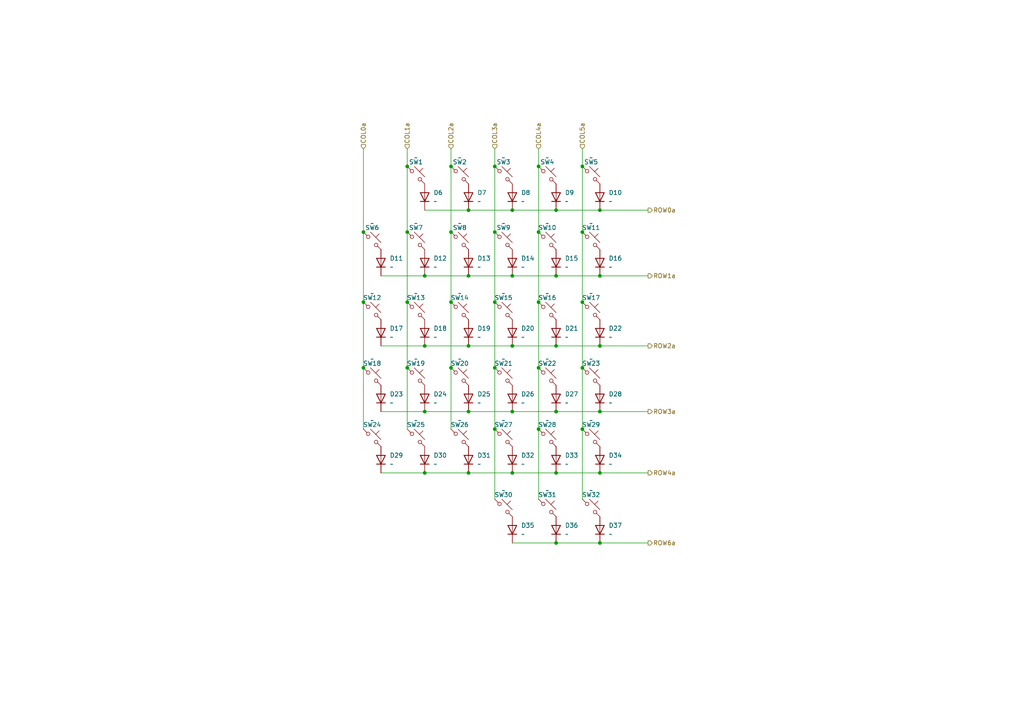
<source format=kicad_sch>
(kicad_sch (version 20250114) (generator "eeschema") (generator_version "9.0")
  (paper "A4")
  (title_block (title "Matrix for Master Side"))
  (lib_symbols
    (symbol "Device:D" (pin_numbers (hide yes)) (pin_names (offset 1.016) (hide yes))
      (property "Reference" "D" (at 0 2.54 0))
      (property "Value" "D" (at 0 -2.54 0))
      (symbol "D_0_1"
        (polyline (pts (xy -1.27 1.27) (xy -1.27 -1.27)) (stroke (width 0.254)))
        (polyline (pts (xy 1.27 1.27) (xy 1.27 -1.27) (xy -1.27 0) (xy 1.27 1.27)) (stroke (width 0.254)))
        (polyline (pts (xy 1.27 0) (xy -1.27 0)))
      )
      (symbol "D_1_1"
        (pin passive line (at -3.81 0 0) (length 2.54) (name "K") (number "1"))
        (pin passive line (at 3.81 0 180) (length 2.54) (name "A") (number "2"))
      )
    )
    (symbol "Switch:SW_Push_45deg" (pin_numbers (hide yes)) (pin_names (offset 1.016) (hide yes))
      (property "Reference" "SW" (at 3.048 1.016 0))
      (property "Value" "SW_Push_45deg" (at 0 -3.81 0))
      (symbol "SW_Push_45deg_0_1"
        (polyline (pts (xy -2.54 2.54) (xy -1.524 1.524) (xy -1.524 1.524)))
        (circle (center -1.1684 1.1684) (radius 0.508))
        (polyline (pts (xy -0.508 2.54) (xy 2.54 -0.508)))
        (polyline (pts (xy 1.016 1.016) (xy 2.032 2.032)))
        (circle (center 1.143 -1.1938) (radius 0.508))
        (polyline (pts (xy 1.524 -1.524) (xy 2.54 -2.54) (xy 2.54 -2.54) (xy 2.54 -2.54)))
        (pin passive line (at -2.54 2.54 0) (length 0) (name "1") (number "1"))
        (pin passive line (at 2.54 -2.54 180) (length 0) (name "2") (number "2"))
      )
    )
  )
  (junction (at 161.29 119.38))
  (junction (at 135.89 60.96))
  (junction (at 173.99 60.96))
  (junction (at 168.91 124.46))
  (junction (at 123.19 80.01))
  (junction (at 105.41 87.63))
  (junction (at 135.89 80.01))
  (junction (at 135.89 137.16))
  (junction (at 161.29 80.01))
  (junction (at 168.91 106.68))
  (junction (at 148.59 119.38))
  (junction (at 118.11 67.31))
  (junction (at 135.89 100.33))
  (junction (at 148.59 80.01))
  (junction (at 161.29 100.33))
  (junction (at 143.51 67.31))
  (junction (at 156.21 67.31))
  (junction (at 123.19 100.33))
  (junction (at 130.81 87.63))
  (junction (at 156.21 87.63))
  (junction (at 173.99 157.48))
  (junction (at 156.21 48.26))
  (junction (at 168.91 48.26))
  (junction (at 173.99 80.01))
  (junction (at 105.41 106.68))
  (junction (at 156.21 106.68))
  (junction (at 130.81 48.26))
  (junction (at 173.99 137.16))
  (junction (at 118.11 106.68))
  (junction (at 143.51 106.68))
  (junction (at 143.51 48.26))
  (junction (at 123.19 137.16))
  (junction (at 161.29 157.48))
  (junction (at 168.91 87.63))
  (junction (at 173.99 100.33))
  (junction (at 143.51 124.46))
  (junction (at 156.21 124.46))
  (junction (at 105.41 67.31))
  (junction (at 148.59 137.16))
  (junction (at 173.99 119.38))
  (junction (at 161.29 60.96))
  (junction (at 168.91 67.31))
  (junction (at 161.29 137.16))
  (junction (at 135.89 119.38))
  (junction (at 123.19 119.38))
  (junction (at 118.11 48.26))
  (junction (at 143.51 87.63))
  (junction (at 118.11 87.63))
  (junction (at 148.59 100.33))
  (junction (at 130.81 106.68))
  (junction (at 148.59 60.96))
  (junction (at 130.81 67.31))
  (wire (pts (xy 135.89 137.16) (xy 148.59 137.16)))
  (wire (pts (xy 130.81 106.68) (xy 130.81 124.46)))
  (wire (pts (xy 173.99 119.38) (xy 187.96 119.38)))
  (wire (pts (xy 118.11 87.63) (xy 118.11 106.68)))
  (wire (pts (xy 123.19 137.16) (xy 135.89 137.16)))
  (wire (pts (xy 148.59 157.48) (xy 161.29 157.48)))
  (wire (pts (xy 168.91 106.68) (xy 168.91 124.46)))
  (wire (pts (xy 161.29 60.96) (xy 173.99 60.96)))
  (wire (pts (xy 143.51 124.46) (xy 143.51 144.78)))
  (wire (pts (xy 148.59 119.38) (xy 161.29 119.38)))
  (wire (pts (xy 123.19 60.96) (xy 135.89 60.96)))
  (wire (pts (xy 156.21 124.46) (xy 156.21 144.78)))
  (wire (pts (xy 161.29 119.38) (xy 173.99 119.38)))
  (wire (pts (xy 105.41 67.31) (xy 105.41 87.63)))
  (wire (pts (xy 143.51 43.18) (xy 143.51 48.26)))
  (wire (pts (xy 143.51 87.63) (xy 143.51 106.68)))
  (wire (pts (xy 118.11 43.18) (xy 118.11 48.26)))
  (wire (pts (xy 123.19 80.01) (xy 135.89 80.01)))
  (wire (pts (xy 130.81 67.31) (xy 130.81 87.63)))
  (wire (pts (xy 135.89 100.33) (xy 148.59 100.33)))
  (wire (pts (xy 173.99 100.33) (xy 187.96 100.33)))
  (wire (pts (xy 173.99 137.16) (xy 187.96 137.16)))
  (wire (pts (xy 168.91 124.46) (xy 168.91 144.78)))
  (wire (pts (xy 156.21 43.18) (xy 156.21 48.26)))
  (wire (pts (xy 148.59 80.01) (xy 161.29 80.01)))
  (wire (pts (xy 105.41 87.63) (xy 105.41 106.68)))
  (wire (pts (xy 156.21 67.31) (xy 156.21 87.63)))
  (wire (pts (xy 168.91 67.31) (xy 168.91 87.63)))
  (wire (pts (xy 118.11 67.31) (xy 118.11 87.63)))
  (wire (pts (xy 110.49 119.38) (xy 123.19 119.38)))
  (wire (pts (xy 118.11 106.68) (xy 118.11 124.46)))
  (wire (pts (xy 130.81 48.26) (xy 130.81 67.31)))
  (wire (pts (xy 118.11 48.26) (xy 118.11 67.31)))
  (wire (pts (xy 161.29 80.01) (xy 173.99 80.01)))
  (wire (pts (xy 168.91 48.26) (xy 168.91 67.31)))
  (wire (pts (xy 130.81 43.18) (xy 130.81 48.26)))
  (wire (pts (xy 135.89 80.01) (xy 148.59 80.01)))
  (wire (pts (xy 143.51 106.68) (xy 143.51 124.46)))
  (wire (pts (xy 148.59 137.16) (xy 161.29 137.16)))
  (wire (pts (xy 110.49 100.33) (xy 123.19 100.33)))
  (wire (pts (xy 143.51 48.26) (xy 143.51 67.31)))
  (wire (pts (xy 130.81 87.63) (xy 130.81 106.68)))
  (wire (pts (xy 123.19 100.33) (xy 135.89 100.33)))
  (wire (pts (xy 110.49 80.01) (xy 123.19 80.01)))
  (wire (pts (xy 173.99 60.96) (xy 187.96 60.96)))
  (wire (pts (xy 161.29 137.16) (xy 173.99 137.16)))
  (wire (pts (xy 135.89 60.96) (xy 148.59 60.96)))
  (wire (pts (xy 173.99 157.48) (xy 187.96 157.48)))
  (wire (pts (xy 105.41 43.18) (xy 105.41 67.31)))
  (wire (pts (xy 110.49 137.16) (xy 123.19 137.16)))
  (wire (pts (xy 161.29 100.33) (xy 173.99 100.33)))
  (wire (pts (xy 156.21 48.26) (xy 156.21 67.31)))
  (wire (pts (xy 123.19 119.38) (xy 135.89 119.38)))
  (wire (pts (xy 168.91 87.63) (xy 168.91 106.68)))
  (wire (pts (xy 135.89 119.38) (xy 148.59 119.38)))
  (wire (pts (xy 148.59 60.96) (xy 161.29 60.96)))
  (wire (pts (xy 168.91 43.18) (xy 168.91 48.26)))
  (wire (pts (xy 148.59 100.33) (xy 161.29 100.33)))
  (wire (pts (xy 143.51 67.31) (xy 143.51 87.63)))
  (wire (pts (xy 156.21 87.63) (xy 156.21 106.68)))
  (wire (pts (xy 161.29 157.48) (xy 173.99 157.48)))
  (wire (pts (xy 173.99 80.01) (xy 187.96 80.01)))
  (wire (pts (xy 156.21 106.68) (xy 156.21 124.46)))
  (wire (pts (xy 105.41 106.68) (xy 105.41 124.46)))
  (hierarchical_label "COL4a" (shape input) (at 156.21 43.18 90))
  (hierarchical_label "ROW1a" (shape output) (at 187.96 80.01 0))
  (hierarchical_label "ROW3a" (shape output) (at 187.96 119.38 0))
  (hierarchical_label "ROW0a" (shape output) (at 187.96 60.96 0))
  (hierarchical_label "COL1a" (shape input) (at 118.11 43.18 90))
  (hierarchical_label "COL0a" (shape input) (at 105.41 43.18 90))
  (hierarchical_label "ROW2a" (shape output) (at 187.96 100.33 0))
  (hierarchical_label "ROW6a" (shape output) (at 187.96 157.48 0))
  (hierarchical_label "COL2a" (shape input) (at 130.81 43.18 90))
  (hierarchical_label "COL3a" (shape input) (at 143.51 43.18 90))
  (hierarchical_label "ROW4a" (shape output) (at 187.96 137.16 0))
  (hierarchical_label "COL5a" (shape input) (at 168.91 43.18 90))
  (symbol (lib_id "Device:D") (at 148.59 57.15 90) (unit 1)
    (property "Reference" "D8" (at 151.13 55.88 90) (effects (justify right)))
    (property "Value" "~" (at 151.13 58.42 90) (effects (justify right)))
    (property "Footprint" "Diode_SMD:D_SOD-123" (effects (hide yes)))
    (property "Sim.Device" "D" (effects (hide yes)))
    (property "Sim.Pins" "1=K 2=A" (effects (hide yes)))
  )
  (symbol (lib_id "Device:D") (at 161.29 153.67 90) (unit 1)
    (property "Reference" "D36" (at 163.83 152.4 90) (effects (justify right)))
    (property "Value" "~" (at 163.83 154.94 90) (effects (justify right)))
    (property "Footprint" "Diode_SMD:D_SOD-123" (effects (hide yes)))
    (property "Sim.Device" "D" (effects (hide yes)))
    (property "Sim.Pins" "1=K 2=A" (effects (hide yes)))
  )
  (symbol (lib_id "Switch:SW_Push_45deg") (at 158.75 127 0) (unit 1)
    (property "Reference" "SW28" (at 158.75 123.19 0))
    (property "Value" "~" (at 158.75 121.92 0))
    (property "Footprint" "PCM_Switch_Keyboard_Hotswap_Kailh:SW_Hotswap_Kailh_Choc_V1_Plated_1.00u" (effects (hide yes)))
  )
  (symbol (lib_id "Device:D") (at 173.99 133.35 90) (unit 1)
    (property "Reference" "D34" (at 176.53 132.08 90) (effects (justify right)))
    (property "Value" "~" (at 176.53 134.62 90) (effects (justify right)))
    (property "Footprint" "Diode_SMD:D_SOD-123" (effects (hide yes)))
    (property "Sim.Device" "D" (effects (hide yes)))
    (property "Sim.Pins" "1=K 2=A" (effects (hide yes)))
  )
  (symbol (lib_id "Device:D") (at 161.29 115.57 90) (unit 1)
    (property "Reference" "D27" (at 163.83 114.3 90) (effects (justify right)))
    (property "Value" "~" (at 163.83 116.84 90) (effects (justify right)))
    (property "Footprint" "Diode_SMD:D_SOD-123" (effects (hide yes)))
    (property "Sim.Device" "D" (effects (hide yes)))
    (property "Sim.Pins" "1=K 2=A" (effects (hide yes)))
  )
  (symbol (lib_id "Switch:SW_Push_45deg") (at 171.45 50.8 0) (unit 1)
    (property "Reference" "SW5" (at 171.45 46.99 0))
    (property "Value" "~" (at 171.45 45.72 0))
    (property "Footprint" "PCM_Switch_Keyboard_Hotswap_Kailh:SW_Hotswap_Kailh_Choc_V1_Plated_1.00u" (effects (hide yes)))
  )
  (symbol (lib_id "Device:D") (at 135.89 96.52 90) (unit 1)
    (property "Reference" "D19" (at 138.43 95.25 90) (effects (justify right)))
    (property "Value" "~" (at 138.43 97.79 90) (effects (justify right)))
    (property "Footprint" "Diode_SMD:D_SOD-123" (effects (hide yes)))
    (property "Sim.Device" "D" (effects (hide yes)))
    (property "Sim.Pins" "1=K 2=A" (effects (hide yes)))
  )
  (symbol (lib_id "Switch:SW_Push_45deg") (at 107.95 127 0) (unit 1)
    (property "Reference" "SW24" (at 107.95 123.19 0))
    (property "Value" "~" (at 107.95 121.92 0))
    (property "Footprint" "PCM_Switch_Keyboard_Hotswap_Kailh:SW_Hotswap_Kailh_Choc_V1_Plated_1.00u" (effects (hide yes)))
  )
  (symbol (lib_id "Switch:SW_Push_45deg") (at 120.65 90.17 0) (unit 1)
    (property "Reference" "SW13" (at 120.65 86.36 0))
    (property "Value" "~" (at 120.65 85.09 0))
    (property "Footprint" "PCM_Switch_Keyboard_Hotswap_Kailh:SW_Hotswap_Kailh_Choc_V1_Plated_1.00u" (effects (hide yes)))
  )
  (symbol (lib_id "Device:D") (at 135.89 115.57 90) (unit 1)
    (property "Reference" "D25" (at 138.43 114.3 90) (effects (justify right)))
    (property "Value" "~" (at 138.43 116.84 90) (effects (justify right)))
    (property "Footprint" "Diode_SMD:D_SOD-123" (effects (hide yes)))
    (property "Sim.Device" "D" (effects (hide yes)))
    (property "Sim.Pins" "1=K 2=A" (effects (hide yes)))
  )
  (symbol (lib_id "Device:D") (at 135.89 133.35 90) (unit 1)
    (property "Reference" "D31" (at 138.43 132.08 90) (effects (justify right)))
    (property "Value" "~" (at 138.43 134.62 90) (effects (justify right)))
    (property "Footprint" "Diode_SMD:D_SOD-123" (effects (hide yes)))
    (property "Sim.Device" "D" (effects (hide yes)))
    (property "Sim.Pins" "1=K 2=A" (effects (hide yes)))
  )
  (symbol (lib_id "Device:D") (at 173.99 96.52 90) (unit 1)
    (property "Reference" "D22" (at 176.53 95.25 90) (effects (justify right)))
    (property "Value" "~" (at 176.53 97.79 90) (effects (justify right)))
    (property "Footprint" "Diode_SMD:D_SOD-123" (effects (hide yes)))
    (property "Sim.Device" "D" (effects (hide yes)))
    (property "Sim.Pins" "1=K 2=A" (effects (hide yes)))
  )
  (symbol (lib_id "Switch:SW_Push_45deg") (at 120.65 50.8 0) (unit 1)
    (property "Reference" "SW1" (at 120.65 46.99 0))
    (property "Value" "~" (at 120.65 45.72 0))
    (property "Footprint" "PCM_Switch_Keyboard_Hotswap_Kailh:SW_Hotswap_Kailh_Choc_V1_Plated_1.00u" (effects (hide yes)))
  )
  (symbol (lib_id "Switch:SW_Push_45deg") (at 146.05 127 0) (unit 1)
    (property "Reference" "SW27" (at 146.05 123.19 0))
    (property "Value" "~" (at 146.05 121.92 0))
    (property "Footprint" "PCM_Switch_Keyboard_Hotswap_Kailh:SW_Hotswap_Kailh_Choc_V1_Plated_1.00u" (effects (hide yes)))
  )
  (symbol (lib_id "Switch:SW_Push_45deg") (at 133.35 109.22 0) (unit 1)
    (property "Reference" "SW20" (at 133.35 105.41 0))
    (property "Value" "~" (at 133.35 104.14 0))
    (property "Footprint" "PCM_Switch_Keyboard_Hotswap_Kailh:SW_Hotswap_Kailh_Choc_V1_Plated_1.00u" (effects (hide yes)))
  )
  (symbol (lib_id "Device:D") (at 173.99 115.57 90) (unit 1)
    (property "Reference" "D28" (at 176.53 114.3 90) (effects (justify right)))
    (property "Value" "~" (at 176.53 116.84 90) (effects (justify right)))
    (property "Footprint" "Diode_SMD:D_SOD-123" (effects (hide yes)))
    (property "Sim.Device" "D" (effects (hide yes)))
    (property "Sim.Pins" "1=K 2=A" (effects (hide yes)))
  )
  (symbol (lib_id "Device:D") (at 161.29 57.15 90) (unit 1)
    (property "Reference" "D9" (at 163.83 55.88 90) (effects (justify right)))
    (property "Value" "~" (at 163.83 58.42 90) (effects (justify right)))
    (property "Footprint" "Diode_SMD:D_SOD-123" (effects (hide yes)))
    (property "Sim.Device" "D" (effects (hide yes)))
    (property "Sim.Pins" "1=K 2=A" (effects (hide yes)))
  )
  (symbol (lib_id "Switch:SW_Push_45deg") (at 171.45 90.17 0) (unit 1)
    (property "Reference" "SW17" (at 171.45 86.36 0))
    (property "Value" "~" (at 171.45 85.09 0))
    (property "Footprint" "PCM_Switch_Keyboard_Hotswap_Kailh:SW_Hotswap_Kailh_Choc_V1_Plated_1.00u" (effects (hide yes)))
  )
  (symbol (lib_id "Switch:SW_Push_45deg") (at 120.65 109.22 0) (unit 1)
    (property "Reference" "SW19" (at 120.65 105.41 0))
    (property "Value" "~" (at 120.65 104.14 0))
    (property "Footprint" "PCM_Switch_Keyboard_Hotswap_Kailh:SW_Hotswap_Kailh_Choc_V1_Plated_1.00u" (effects (hide yes)))
  )
  (symbol (lib_id "Switch:SW_Push_45deg") (at 158.75 147.32 0) (unit 1)
    (property "Reference" "SW31" (at 158.75 143.51 0))
    (property "Value" "~" (at 158.75 142.24 0))
    (property "Footprint" "PCM_Switch_Keyboard_Hotswap_Kailh:SW_Hotswap_Kailh_Choc_V1_Plated_1.00u" (effects (hide yes)))
  )
  (symbol (lib_id "Device:D") (at 123.19 57.15 90) (unit 1)
    (property "Reference" "D6" (at 125.73 55.88 90) (effects (justify right)))
    (property "Value" "~" (at 125.73 58.42 90) (effects (justify right)))
    (property "Footprint" "Diode_SMD:D_SOD-123" (effects (hide yes)))
    (property "Sim.Device" "D" (effects (hide yes)))
    (property "Sim.Pins" "1=K 2=A" (effects (hide yes)))
  )
  (symbol (lib_id "Device:D") (at 110.49 115.57 90) (unit 1)
    (property "Reference" "D23" (at 113.03 114.3 90) (effects (justify right)))
    (property "Value" "~" (at 113.03 116.84 90) (effects (justify right)))
    (property "Footprint" "Diode_SMD:D_SOD-123" (effects (hide yes)))
    (property "Sim.Device" "D" (effects (hide yes)))
    (property "Sim.Pins" "1=K 2=A" (effects (hide yes)))
  )
  (symbol (lib_id "Switch:SW_Push_45deg") (at 107.95 69.85 0) (unit 1)
    (property "Reference" "SW6" (at 107.95 66.04 0))
    (property "Value" "~" (at 107.95 64.77 0))
    (property "Footprint" "PCM_Switch_Keyboard_Hotswap_Kailh:SW_Hotswap_Kailh_Choc_V1_Plated_1.00u" (effects (hide yes)))
  )
  (symbol (lib_id "Switch:SW_Push_45deg") (at 120.65 127 0) (unit 1)
    (property "Reference" "SW25" (at 120.65 123.19 0))
    (property "Value" "~" (at 120.65 121.92 0))
    (property "Footprint" "PCM_Switch_Keyboard_Hotswap_Kailh:SW_Hotswap_Kailh_Choc_V1_Plated_1.00u" (effects (hide yes)))
  )
  (symbol (lib_id "Switch:SW_Push_45deg") (at 171.45 127 0) (unit 1)
    (property "Reference" "SW29" (at 171.45 123.19 0))
    (property "Value" "~" (at 171.45 121.92 0))
    (property "Footprint" "PCM_Switch_Keyboard_Hotswap_Kailh:SW_Hotswap_Kailh_Choc_V1_Plated_1.00u" (effects (hide yes)))
  )
  (symbol (lib_id "Switch:SW_Push_45deg") (at 133.35 90.17 0) (unit 1)
    (property "Reference" "SW14" (at 133.35 86.36 0))
    (property "Value" "~" (at 133.35 85.09 0))
    (property "Footprint" "PCM_Switch_Keyboard_Hotswap_Kailh:SW_Hotswap_Kailh_Choc_V1_Plated_1.00u" (effects (hide yes)))
  )
  (symbol (lib_id "Switch:SW_Push_45deg") (at 146.05 50.8 0) (unit 1)
    (property "Reference" "SW3" (at 146.05 46.99 0))
    (property "Value" "~" (at 146.05 45.72 0))
    (property "Footprint" "PCM_Switch_Keyboard_Hotswap_Kailh:SW_Hotswap_Kailh_Choc_V1_Plated_1.00u" (effects (hide yes)))
  )
  (symbol (lib_id "Device:D") (at 110.49 133.35 90) (unit 1)
    (property "Reference" "D29" (at 113.03 132.08 90) (effects (justify right)))
    (property "Value" "~" (at 113.03 134.62 90) (effects (justify right)))
    (property "Footprint" "Diode_SMD:D_SOD-123" (effects (hide yes)))
    (property "Sim.Device" "D" (effects (hide yes)))
    (property "Sim.Pins" "1=K 2=A" (effects (hide yes)))
  )
  (symbol (lib_id "Device:D") (at 173.99 76.2 90) (unit 1)
    (property "Reference" "D16" (at 176.53 74.93 90) (effects (justify right)))
    (property "Value" "~" (at 176.53 77.47 90) (effects (justify right)))
    (property "Footprint" "Diode_SMD:D_SOD-123" (effects (hide yes)))
    (property "Sim.Device" "D" (effects (hide yes)))
    (property "Sim.Pins" "1=K 2=A" (effects (hide yes)))
  )
  (symbol (lib_id "Switch:SW_Push_45deg") (at 158.75 109.22 0) (unit 1)
    (property "Reference" "SW22" (at 158.75 105.41 0))
    (property "Value" "~" (at 158.75 104.14 0))
    (property "Footprint" "PCM_Switch_Keyboard_Hotswap_Kailh:SW_Hotswap_Kailh_Choc_V1_Plated_1.00u" (effects (hide yes)))
  )
  (symbol (lib_id "Device:D") (at 135.89 76.2 90) (unit 1)
    (property "Reference" "D13" (at 138.43 74.93 90) (effects (justify right)))
    (property "Value" "~" (at 138.43 77.47 90) (effects (justify right)))
    (property "Footprint" "Diode_SMD:D_SOD-123" (effects (hide yes)))
    (property "Sim.Device" "D" (effects (hide yes)))
    (property "Sim.Pins" "1=K 2=A" (effects (hide yes)))
  )
  (symbol (lib_id "Switch:SW_Push_45deg") (at 171.45 147.32 0) (unit 1)
    (property "Reference" "SW32" (at 171.45 143.51 0))
    (property "Value" "~" (at 171.45 142.24 0))
    (property "Footprint" "PCM_Switch_Keyboard_Hotswap_Kailh:SW_Hotswap_Kailh_Choc_V1_Plated_1.50u" (effects (hide yes)))
  )
  (symbol (lib_id "Switch:SW_Push_45deg") (at 107.95 90.17 0) (unit 1)
    (property "Reference" "SW12" (at 107.95 86.36 0))
    (property "Value" "~" (at 107.95 85.09 0))
    (property "Footprint" "PCM_Switch_Keyboard_Hotswap_Kailh:SW_Hotswap_Kailh_Choc_V1_Plated_1.00u" (effects (hide yes)))
  )
  (symbol (lib_id "Device:D") (at 148.59 133.35 90) (unit 1)
    (property "Reference" "D32" (at 151.13 132.08 90) (effects (justify right)))
    (property "Value" "~" (at 151.13 134.62 90) (effects (justify right)))
    (property "Footprint" "Diode_SMD:D_SOD-123" (effects (hide yes)))
    (property "Sim.Device" "D" (effects (hide yes)))
    (property "Sim.Pins" "1=K 2=A" (effects (hide yes)))
  )
  (symbol (lib_id "Device:D") (at 148.59 115.57 90) (unit 1)
    (property "Reference" "D26" (at 151.13 114.3 90) (effects (justify right)))
    (property "Value" "~" (at 151.13 116.84 90) (effects (justify right)))
    (property "Footprint" "Diode_SMD:D_SOD-123" (effects (hide yes)))
    (property "Sim.Device" "D" (effects (hide yes)))
    (property "Sim.Pins" "1=K 2=A" (effects (hide yes)))
  )
  (symbol (lib_id "Switch:SW_Push_45deg") (at 146.05 90.17 0) (unit 1)
    (property "Reference" "SW15" (at 146.05 86.36 0))
    (property "Value" "~" (at 146.05 85.09 0))
    (property "Footprint" "PCM_Switch_Keyboard_Hotswap_Kailh:SW_Hotswap_Kailh_Choc_V1_Plated_1.00u" (effects (hide yes)))
  )
  (symbol (lib_id "Device:D") (at 173.99 57.15 90) (unit 1)
    (property "Reference" "D10" (at 176.53 55.88 90) (effects (justify right)))
    (property "Value" "~" (at 176.53 58.42 90) (effects (justify right)))
    (property "Footprint" "Diode_SMD:D_SOD-123" (effects (hide yes)))
    (property "Sim.Device" "D" (effects (hide yes)))
    (property "Sim.Pins" "1=K 2=A" (effects (hide yes)))
  )
  (symbol (lib_id "Switch:SW_Push_45deg") (at 133.35 127 0) (unit 1)
    (property "Reference" "SW26" (at 133.35 123.19 0))
    (property "Value" "~" (at 133.35 121.92 0))
    (property "Footprint" "PCM_Switch_Keyboard_Hotswap_Kailh:SW_Hotswap_Kailh_Choc_V1_Plated_1.00u" (effects (hide yes)))
  )
  (symbol (lib_id "Switch:SW_Push_45deg") (at 158.75 50.8 0) (unit 1)
    (property "Reference" "SW4" (at 158.75 46.99 0))
    (property "Value" "~" (at 158.75 45.72 0))
    (property "Footprint" "PCM_Switch_Keyboard_Hotswap_Kailh:SW_Hotswap_Kailh_Choc_V1_Plated_1.00u" (effects (hide yes)))
  )
  (symbol (lib_id "Switch:SW_Push_45deg") (at 158.75 69.85 0) (unit 1)
    (property "Reference" "SW10" (at 158.75 66.04 0))
    (property "Value" "~" (at 158.75 64.77 0))
    (property "Footprint" "PCM_Switch_Keyboard_Hotswap_Kailh:SW_Hotswap_Kailh_Choc_V1_Plated_1.00u" (effects (hide yes)))
  )
  (symbol (lib_id "Device:D") (at 110.49 96.52 90) (unit 1)
    (property "Reference" "D17" (at 113.03 95.25 90) (effects (justify right)))
    (property "Value" "~" (at 113.03 97.79 90) (effects (justify right)))
    (property "Footprint" "Diode_SMD:D_SOD-123" (effects (hide yes)))
    (property "Sim.Device" "D" (effects (hide yes)))
    (property "Sim.Pins" "1=K 2=A" (effects (hide yes)))
  )
  (symbol (lib_id "Device:D") (at 148.59 76.2 90) (unit 1)
    (property "Reference" "D14" (at 151.13 74.93 90) (effects (justify right)))
    (property "Value" "~" (at 151.13 77.47 90) (effects (justify right)))
    (property "Footprint" "Diode_SMD:D_SOD-123" (effects (hide yes)))
    (property "Sim.Device" "D" (effects (hide yes)))
    (property "Sim.Pins" "1=K 2=A" (effects (hide yes)))
  )
  (symbol (lib_id "Device:D") (at 123.19 76.2 90) (unit 1)
    (property "Reference" "D12" (at 125.73 74.93 90) (effects (justify right)))
    (property "Value" "~" (at 125.73 77.47 90) (effects (justify right)))
    (property "Footprint" "Diode_SMD:D_SOD-123" (effects (hide yes)))
    (property "Sim.Device" "D" (effects (hide yes)))
    (property "Sim.Pins" "1=K 2=A" (effects (hide yes)))
  )
  (symbol (lib_id "Device:D") (at 123.19 96.52 90) (unit 1)
    (property "Reference" "D18" (at 125.73 95.25 90) (effects (justify right)))
    (property "Value" "~" (at 125.73 97.79 90) (effects (justify right)))
    (property "Footprint" "Diode_SMD:D_SOD-123" (effects (hide yes)))
    (property "Sim.Device" "D" (effects (hide yes)))
    (property "Sim.Pins" "1=K 2=A" (effects (hide yes)))
  )
  (symbol (lib_id "Switch:SW_Push_45deg") (at 107.95 109.22 0) (unit 1)
    (property "Reference" "SW18" (at 107.95 105.41 0))
    (property "Value" "~" (at 107.95 104.14 0))
    (property "Footprint" "PCM_Switch_Keyboard_Hotswap_Kailh:SW_Hotswap_Kailh_Choc_V1_Plated_1.00u" (effects (hide yes)))
  )
  (symbol (lib_id "Device:D") (at 123.19 115.57 90) (unit 1)
    (property "Reference" "D24" (at 125.73 114.3 90) (effects (justify right)))
    (property "Value" "~" (at 125.73 116.84 90) (effects (justify right)))
    (property "Footprint" "Diode_SMD:D_SOD-123" (effects (hide yes)))
    (property "Sim.Device" "D" (effects (hide yes)))
    (property "Sim.Pins" "1=K 2=A" (effects (hide yes)))
  )
  (symbol (lib_id "Switch:SW_Push_45deg") (at 133.35 50.8 0) (unit 1)
    (property "Reference" "SW2" (at 133.35 46.99 0))
    (property "Value" "~" (at 133.35 45.72 0))
    (property "Footprint" "PCM_Switch_Keyboard_Hotswap_Kailh:SW_Hotswap_Kailh_Choc_V1_Plated_1.00u" (effects (hide yes)))
  )
  (symbol (lib_id "Device:D") (at 173.99 153.67 90) (unit 1)
    (property "Reference" "D37" (at 176.53 152.4 90) (effects (justify right)))
    (property "Value" "~" (at 176.53 154.94 90) (effects (justify right)))
    (property "Footprint" "Diode_SMD:D_SOD-123" (effects (hide yes)))
    (property "Sim.Device" "D" (effects (hide yes)))
    (property "Sim.Pins" "1=K 2=A" (effects (hide yes)))
  )
  (symbol (lib_id "Device:D") (at 123.19 133.35 90) (unit 1)
    (property "Reference" "D30" (at 125.73 132.08 90) (effects (justify right)))
    (property "Value" "~" (at 125.73 134.62 90) (effects (justify right)))
    (property "Footprint" "Diode_SMD:D_SOD-123" (effects (hide yes)))
    (property "Sim.Device" "D" (effects (hide yes)))
    (property "Sim.Pins" "1=K 2=A" (effects (hide yes)))
  )
  (symbol (lib_id "Device:D") (at 161.29 76.2 90) (unit 1)
    (property "Reference" "D15" (at 163.83 74.93 90) (effects (justify right)))
    (property "Value" "~" (at 163.83 77.47 90) (effects (justify right)))
    (property "Footprint" "Diode_SMD:D_SOD-123" (effects (hide yes)))
    (property "Sim.Device" "D" (effects (hide yes)))
    (property "Sim.Pins" "1=K 2=A" (effects (hide yes)))
  )
  (symbol (lib_id "Device:D") (at 135.89 57.15 90) (unit 1)
    (property "Reference" "D7" (at 138.43 55.88 90) (effects (justify right)))
    (property "Value" "~" (at 138.43 58.42 90) (effects (justify right)))
    (property "Footprint" "Diode_SMD:D_SOD-123" (effects (hide yes)))
    (property "Sim.Device" "D" (effects (hide yes)))
    (property "Sim.Pins" "1=K 2=A" (effects (hide yes)))
  )
  (symbol (lib_id "Switch:SW_Push_45deg") (at 158.75 90.17 0) (unit 1)
    (property "Reference" "SW16" (at 158.75 86.36 0))
    (property "Value" "~" (at 158.75 85.09 0))
    (property "Footprint" "PCM_Switch_Keyboard_Hotswap_Kailh:SW_Hotswap_Kailh_Choc_V1_Plated_1.00u" (effects (hide yes)))
  )
  (symbol (lib_id "Switch:SW_Push_45deg") (at 171.45 69.85 0) (unit 1)
    (property "Reference" "SW11" (at 171.45 66.04 0))
    (property "Value" "~" (at 171.45 64.77 0))
    (property "Footprint" "PCM_Switch_Keyboard_Hotswap_Kailh:SW_Hotswap_Kailh_Choc_V1_Plated_1.00u" (effects (hide yes)))
  )
  (symbol (lib_id "Switch:SW_Push_45deg") (at 146.05 147.32 0) (unit 1)
    (property "Reference" "SW30" (at 146.05 143.51 0))
    (property "Value" "~" (at 146.05 142.24 0))
    (property "Footprint" "PCM_Switch_Keyboard_Hotswap_Kailh:SW_Hotswap_Kailh_Choc_V1_Plated_1.00u" (effects (hide yes)))
  )
  (symbol (lib_id "Switch:SW_Push_45deg") (at 146.05 109.22 0) (unit 1)
    (property "Reference" "SW21" (at 146.05 105.41 0))
    (property "Value" "~" (at 146.05 104.14 0))
    (property "Footprint" "PCM_Switch_Keyboard_Hotswap_Kailh:SW_Hotswap_Kailh_Choc_V1_Plated_1.00u" (effects (hide yes)))
  )
  (symbol (lib_id "Switch:SW_Push_45deg") (at 120.65 69.85 0) (unit 1)
    (property "Reference" "SW7" (at 120.65 66.04 0))
    (property "Value" "~" (at 120.65 64.77 0))
    (property "Footprint" "PCM_Switch_Keyboard_Hotswap_Kailh:SW_Hotswap_Kailh_Choc_V1_Plated_1.00u" (effects (hide yes)))
  )
  (symbol (lib_id "Device:D") (at 161.29 96.52 90) (unit 1)
    (property "Reference" "D21" (at 163.83 95.25 90) (effects (justify right)))
    (property "Value" "~" (at 163.83 97.79 90) (effects (justify right)))
    (property "Footprint" "Diode_SMD:D_SOD-123" (effects (hide yes)))
    (property "Sim.Device" "D" (effects (hide yes)))
    (property "Sim.Pins" "1=K 2=A" (effects (hide yes)))
  )
  (symbol (lib_id "Device:D") (at 148.59 153.67 90) (unit 1)
    (property "Reference" "D35" (at 151.13 152.4 90) (effects (justify right)))
    (property "Value" "~" (at 151.13 154.94 90) (effects (justify right)))
    (property "Footprint" "Diode_SMD:D_SOD-123" (effects (hide yes)))
    (property "Sim.Device" "D" (effects (hide yes)))
    (property "Sim.Pins" "1=K 2=A" (effects (hide yes)))
  )
  (symbol (lib_id "Device:D") (at 161.29 133.35 90) (unit 1)
    (property "Reference" "D33" (at 163.83 132.08 90) (effects (justify right)))
    (property "Value" "~" (at 163.83 134.62 90) (effects (justify right)))
    (property "Footprint" "Diode_SMD:D_SOD-123" (effects (hide yes)))
    (property "Sim.Device" "D" (effects (hide yes)))
    (property "Sim.Pins" "1=K 2=A" (effects (hide yes)))
  )
  (symbol (lib_id "Switch:SW_Push_45deg") (at 171.45 109.22 0) (unit 1)
    (property "Reference" "SW23" (at 171.45 105.41 0))
    (property "Value" "~" (at 171.45 104.14 0))
    (property "Footprint" "PCM_Switch_Keyboard_Hotswap_Kailh:SW_Hotswap_Kailh_Choc_V1_Plated_1.00u" (effects (hide yes)))
  )
  (symbol (lib_id "Device:D") (at 148.59 96.52 90) (unit 1)
    (property "Reference" "D20" (at 151.13 95.25 90) (effects (justify right)))
    (property "Value" "~" (at 151.13 97.79 90) (effects (justify right)))
    (property "Footprint" "Diode_SMD:D_SOD-123" (effects (hide yes)))
    (property "Sim.Device" "D" (effects (hide yes)))
    (property "Sim.Pins" "1=K 2=A" (effects (hide yes)))
  )
  (symbol (lib_id "Switch:SW_Push_45deg") (at 146.05 69.85 0) (unit 1)
    (property "Reference" "SW9" (at 146.05 66.04 0))
    (property "Value" "~" (at 146.05 64.77 0))
    (property "Footprint" "PCM_Switch_Keyboard_Hotswap_Kailh:SW_Hotswap_Kailh_Choc_V1_Plated_1.00u" (effects (hide yes)))
  )
  (symbol (lib_id "Device:D") (at 110.49 76.2 90) (unit 1)
    (property "Reference" "D11" (at 113.03 74.93 90) (effects (justify right)))
    (property "Value" "~" (at 113.03 77.47 90) (effects (justify right)))
    (property "Footprint" "Diode_SMD:D_SOD-123" (effects (hide yes)))
    (property "Sim.Device" "D" (effects (hide yes)))
    (property "Sim.Pins" "1=K 2=A" (effects (hide yes)))
  )
  (symbol (lib_id "Switch:SW_Push_45deg") (at 133.35 69.85 0) (unit 1)
    (property "Reference" "SW8" (at 133.35 66.04 0))
    (property "Value" "~" (at 133.35 64.77 0))
    (property "Footprint" "PCM_Switch_Keyboard_Hotswap_Kailh:SW_Hotswap_Kailh_Choc_V1_Plated_1.00u" (effects (hide yes)))
  )
)
</source>
